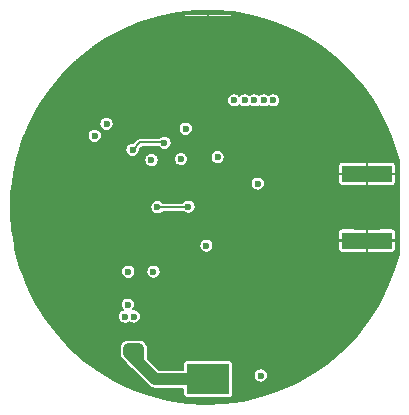
<source format=gbr>
%TF.GenerationSoftware,KiCad,Pcbnew,5.1.6*%
%TF.CreationDate,2020-10-02T21:06:49+02:00*%
%TF.ProjectId,NRF24,4e524632-342e-46b6-9963-61645f706362,rev?*%
%TF.SameCoordinates,Original*%
%TF.FileFunction,Copper,L4,Bot*%
%TF.FilePolarity,Positive*%
%FSLAX46Y46*%
G04 Gerber Fmt 4.6, Leading zero omitted, Abs format (unit mm)*
G04 Created by KiCad (PCBNEW 5.1.6) date 2020-10-02 21:06:49*
%MOMM*%
%LPD*%
G01*
G04 APERTURE LIST*
%TA.AperFunction,SMDPad,CuDef*%
%ADD10R,4.200000X1.350000*%
%TD*%
%TA.AperFunction,SMDPad,CuDef*%
%ADD11R,3.600000X2.600000*%
%TD*%
%TA.AperFunction,ViaPad*%
%ADD12C,0.600000*%
%TD*%
%TA.AperFunction,Conductor*%
%ADD13C,0.152400*%
%TD*%
%TA.AperFunction,Conductor*%
%ADD14C,1.000000*%
%TD*%
%TA.AperFunction,Conductor*%
%ADD15C,0.200000*%
%TD*%
G04 APERTURE END LIST*
D10*
%TO.P,J2,2*%
%TO.N,GND*%
X194250000Y-84425000D03*
X194250000Y-90075000D03*
%TD*%
D11*
%TO.P,BT1,1*%
%TO.N,Net-(BT1-Pad1)*%
X180800000Y-101800000D03*
%TO.P,BT1,2*%
%TO.N,GND*%
X180800000Y-72500000D03*
%TD*%
D12*
%TO.N,GND*%
X178500000Y-71500000D03*
X181800000Y-88000000D03*
X183200000Y-86600000D03*
X183200000Y-88000000D03*
X181800000Y-86600000D03*
X184000000Y-84000000D03*
X184000000Y-83000000D03*
X182950000Y-90500000D03*
X177700000Y-90500000D03*
X172462500Y-92712562D03*
X172250000Y-86499988D03*
X179600020Y-84000000D03*
X177000000Y-83250000D03*
X172900000Y-78500000D03*
X172500000Y-89100000D03*
X178000000Y-80200000D03*
X177737484Y-92712516D03*
X186300000Y-81600000D03*
X183900000Y-81600000D03*
X177900000Y-93800000D03*
X189499982Y-90250000D03*
X175000000Y-95500000D03*
X185500000Y-81600000D03*
X184700000Y-81600000D03*
X185050000Y-82300006D03*
X186250000Y-84500000D03*
X187250000Y-84500000D03*
X188250000Y-84500000D03*
X189250000Y-84500000D03*
X189500000Y-89250000D03*
X190250000Y-90000000D03*
X185850000Y-90250000D03*
X186800000Y-90250000D03*
X175750000Y-97000000D03*
X175750000Y-97750000D03*
X178500000Y-72500000D03*
X178500000Y-73500000D03*
X179500000Y-74500000D03*
X180750000Y-74500000D03*
X182000000Y-74500000D03*
X183250000Y-73500000D03*
X191250000Y-84500000D03*
X191250000Y-83500000D03*
X192000000Y-82750000D03*
X193000000Y-82750000D03*
X194000000Y-82750000D03*
X195000000Y-82750000D03*
X196000000Y-82750000D03*
X191250000Y-90000000D03*
X191250000Y-91000000D03*
X192000000Y-91750000D03*
X193000000Y-91750000D03*
X194000000Y-91750000D03*
X195000000Y-91750000D03*
X196000000Y-91750000D03*
X164700000Y-87200000D03*
X164800000Y-85800000D03*
X164900000Y-84500000D03*
X165200000Y-83100000D03*
X165700000Y-81800000D03*
X166300000Y-80400000D03*
X166900000Y-79300000D03*
X167600000Y-78000000D03*
X168500000Y-77000000D03*
X169400000Y-75900000D03*
X170400000Y-75000000D03*
X171600000Y-74100000D03*
X172700000Y-73400000D03*
X173900000Y-72700000D03*
X175300000Y-72200000D03*
X176600000Y-71800000D03*
X184900000Y-71800000D03*
X186200000Y-72300000D03*
X187500000Y-72700000D03*
X188800000Y-73400000D03*
X189900000Y-74200000D03*
X191000000Y-75000000D03*
X192100000Y-75900000D03*
X193000000Y-76900000D03*
X193900000Y-78000000D03*
X194600000Y-79300000D03*
X195200000Y-80500000D03*
X195800000Y-81800000D03*
X195800000Y-92700000D03*
X195200000Y-94000000D03*
X194600000Y-95200000D03*
X193800000Y-96400000D03*
X193000000Y-97500000D03*
X192100000Y-98600000D03*
X191000000Y-99600000D03*
X189900000Y-100400000D03*
X188700000Y-101100000D03*
X187500000Y-101800000D03*
X186200000Y-102300000D03*
X178000000Y-103100000D03*
X176600000Y-102800000D03*
X175200000Y-102300000D03*
X172700000Y-101100000D03*
X171600000Y-100300000D03*
X170400000Y-99500000D03*
X169400000Y-98600000D03*
X168500000Y-97500000D03*
X167700000Y-96400000D03*
X166900000Y-95200000D03*
X166200000Y-94000000D03*
X165700000Y-92700000D03*
X165300000Y-91400000D03*
X164900000Y-90000000D03*
X164800000Y-88700000D03*
X174000000Y-101750000D03*
X183250000Y-71500000D03*
X183250000Y-72500000D03*
X190750000Y-85500000D03*
X190250000Y-84500000D03*
X172300000Y-90500000D03*
X179245700Y-94347149D03*
X180799996Y-92000000D03*
X181350000Y-91500009D03*
X186699998Y-93600000D03*
X186150000Y-94050000D03*
%TO.N,/I2C_SDA*%
X174400000Y-82399994D03*
X177100000Y-81800000D03*
%TO.N,/SPI_SCK*%
X176500000Y-87249985D03*
X179128621Y-87199999D03*
%TO.N,Net-(BT1-Pad1)*%
X174100000Y-99250000D03*
X174900000Y-99250000D03*
%TO.N,VCC*%
X173750000Y-96500000D03*
X174037512Y-92712488D03*
X176000000Y-83250000D03*
X172200000Y-80200000D03*
X171200000Y-81200000D03*
X178900000Y-80600000D03*
X174000000Y-95500000D03*
X176166753Y-92698446D03*
X174500000Y-96500000D03*
X178500000Y-83173790D03*
X185250000Y-101500000D03*
%TO.N,+VSW*%
X186300000Y-78200000D03*
X180650000Y-90500000D03*
X181600000Y-83000000D03*
X185500000Y-78200000D03*
X185000000Y-85250000D03*
X183900000Y-78200000D03*
X184700000Y-78200000D03*
X183000000Y-78200000D03*
%TD*%
D13*
%TO.N,/I2C_SDA*%
X177050000Y-81750000D02*
X177100000Y-81800000D01*
X174400000Y-82399994D02*
X175049994Y-81750000D01*
X175049994Y-81750000D02*
X177050000Y-81750000D01*
%TO.N,/SPI_SCK*%
X179078635Y-87249985D02*
X179128621Y-87199999D01*
X176500000Y-87249985D02*
X179078635Y-87249985D01*
D14*
%TO.N,Net-(BT1-Pad1)*%
X180800000Y-101800000D02*
X176300000Y-101800000D01*
X174100000Y-99600000D02*
X174100000Y-99250000D01*
X174900000Y-100350000D02*
X174875000Y-100375000D01*
X174900000Y-99250000D02*
X174900000Y-100350000D01*
X176300000Y-101800000D02*
X174875000Y-100375000D01*
X174875000Y-100375000D02*
X174100000Y-99600000D01*
X174100000Y-99250000D02*
X174900000Y-99250000D01*
%TD*%
D15*
%TO.N,GND*%
G36*
X183650000Y-74900000D02*
G01*
X178100000Y-74900000D01*
X178100000Y-71100000D01*
X183650000Y-71100000D01*
X183650000Y-74900000D01*
G37*
X183650000Y-74900000D02*
X178100000Y-74900000D01*
X178100000Y-71100000D01*
X183650000Y-71100000D01*
X183650000Y-74900000D01*
G36*
X182960183Y-70744771D02*
G01*
X184531960Y-71032593D01*
X186068921Y-71469741D01*
X187556911Y-72052189D01*
X188982214Y-72774567D01*
X190331724Y-73630232D01*
X191593006Y-74611301D01*
X192754456Y-75708748D01*
X193805368Y-76912454D01*
X194736073Y-78211347D01*
X195538004Y-79593471D01*
X196203767Y-81046085D01*
X196728522Y-82559521D01*
X196925000Y-83292788D01*
X196925001Y-91203229D01*
X196483240Y-92706432D01*
X195887836Y-94189267D01*
X195153041Y-95608223D01*
X194285635Y-96950210D01*
X193293595Y-98202886D01*
X192186054Y-99354716D01*
X190973222Y-100395083D01*
X189666256Y-101314418D01*
X188277196Y-102104253D01*
X186818825Y-102757316D01*
X185304571Y-103267596D01*
X183748384Y-103630390D01*
X182164590Y-103842360D01*
X180567775Y-103901555D01*
X178972627Y-103807428D01*
X177393856Y-103560849D01*
X175845976Y-103164083D01*
X174343259Y-102620790D01*
X172899529Y-101935966D01*
X171528085Y-101115922D01*
X170241552Y-100168205D01*
X169217369Y-99250000D01*
X173296130Y-99250000D01*
X173300000Y-99289293D01*
X173300000Y-99560709D01*
X173296130Y-99600000D01*
X173300000Y-99639291D01*
X173300000Y-99639292D01*
X173311576Y-99756826D01*
X173345739Y-99869445D01*
X173357321Y-99907627D01*
X173431607Y-100046606D01*
X173472009Y-100095836D01*
X173531578Y-100168422D01*
X173562103Y-100193473D01*
X174281539Y-100912910D01*
X174306579Y-100943421D01*
X174337090Y-100968461D01*
X174337099Y-100968470D01*
X174337104Y-100968474D01*
X175706531Y-102337902D01*
X175731578Y-102368422D01*
X175762098Y-102393469D01*
X175853393Y-102468393D01*
X175889075Y-102487465D01*
X175992372Y-102542679D01*
X176143173Y-102588424D01*
X176260707Y-102600000D01*
X176260716Y-102600000D01*
X176299999Y-102603869D01*
X176339282Y-102600000D01*
X178698549Y-102600000D01*
X178698549Y-103100000D01*
X178704341Y-103158810D01*
X178721496Y-103215360D01*
X178749353Y-103267477D01*
X178786842Y-103313158D01*
X178832523Y-103350647D01*
X178884640Y-103378504D01*
X178941190Y-103395659D01*
X179000000Y-103401451D01*
X182600000Y-103401451D01*
X182658810Y-103395659D01*
X182715360Y-103378504D01*
X182767477Y-103350647D01*
X182813158Y-103313158D01*
X182850647Y-103267477D01*
X182878504Y-103215360D01*
X182895659Y-103158810D01*
X182901451Y-103100000D01*
X182901451Y-101440905D01*
X184650000Y-101440905D01*
X184650000Y-101559095D01*
X184673058Y-101675014D01*
X184718287Y-101784207D01*
X184783950Y-101882478D01*
X184867522Y-101966050D01*
X184965793Y-102031713D01*
X185074986Y-102076942D01*
X185190905Y-102100000D01*
X185309095Y-102100000D01*
X185425014Y-102076942D01*
X185534207Y-102031713D01*
X185632478Y-101966050D01*
X185716050Y-101882478D01*
X185781713Y-101784207D01*
X185826942Y-101675014D01*
X185850000Y-101559095D01*
X185850000Y-101440905D01*
X185826942Y-101324986D01*
X185781713Y-101215793D01*
X185716050Y-101117522D01*
X185632478Y-101033950D01*
X185534207Y-100968287D01*
X185425014Y-100923058D01*
X185309095Y-100900000D01*
X185190905Y-100900000D01*
X185074986Y-100923058D01*
X184965793Y-100968287D01*
X184867522Y-101033950D01*
X184783950Y-101117522D01*
X184718287Y-101215793D01*
X184673058Y-101324986D01*
X184650000Y-101440905D01*
X182901451Y-101440905D01*
X182901451Y-100500000D01*
X182895659Y-100441190D01*
X182878504Y-100384640D01*
X182850647Y-100332523D01*
X182813158Y-100286842D01*
X182767477Y-100249353D01*
X182715360Y-100221496D01*
X182658810Y-100204341D01*
X182600000Y-100198549D01*
X179000000Y-100198549D01*
X178941190Y-100204341D01*
X178884640Y-100221496D01*
X178832523Y-100249353D01*
X178786842Y-100286842D01*
X178749353Y-100332523D01*
X178721496Y-100384640D01*
X178704341Y-100441190D01*
X178698549Y-100500000D01*
X178698549Y-101000000D01*
X176631371Y-101000000D01*
X175700000Y-100068630D01*
X175700000Y-99289293D01*
X175703870Y-99250000D01*
X175688424Y-99093173D01*
X175642679Y-98942372D01*
X175568393Y-98803394D01*
X175468422Y-98681578D01*
X175346606Y-98581607D01*
X175207628Y-98507321D01*
X175056827Y-98461576D01*
X174939293Y-98450000D01*
X174900000Y-98446130D01*
X174860707Y-98450000D01*
X174139293Y-98450000D01*
X174100000Y-98446130D01*
X174060707Y-98450000D01*
X173943173Y-98461576D01*
X173792372Y-98507321D01*
X173653394Y-98581607D01*
X173531578Y-98681578D01*
X173431607Y-98803394D01*
X173357321Y-98942372D01*
X173311576Y-99093173D01*
X173296130Y-99250000D01*
X169217369Y-99250000D01*
X169051779Y-99101545D01*
X167969712Y-97925754D01*
X167005325Y-96651669D01*
X166875546Y-96440905D01*
X173150000Y-96440905D01*
X173150000Y-96559095D01*
X173173058Y-96675014D01*
X173218287Y-96784207D01*
X173283950Y-96882478D01*
X173367522Y-96966050D01*
X173465793Y-97031713D01*
X173574986Y-97076942D01*
X173690905Y-97100000D01*
X173809095Y-97100000D01*
X173925014Y-97076942D01*
X174034207Y-97031713D01*
X174125000Y-96971047D01*
X174215793Y-97031713D01*
X174324986Y-97076942D01*
X174440905Y-97100000D01*
X174559095Y-97100000D01*
X174675014Y-97076942D01*
X174784207Y-97031713D01*
X174882478Y-96966050D01*
X174966050Y-96882478D01*
X175031713Y-96784207D01*
X175076942Y-96675014D01*
X175100000Y-96559095D01*
X175100000Y-96440905D01*
X175076942Y-96324986D01*
X175031713Y-96215793D01*
X174966050Y-96117522D01*
X174882478Y-96033950D01*
X174784207Y-95968287D01*
X174675014Y-95923058D01*
X174559095Y-95900000D01*
X174448528Y-95900000D01*
X174466050Y-95882478D01*
X174531713Y-95784207D01*
X174576942Y-95675014D01*
X174600000Y-95559095D01*
X174600000Y-95440905D01*
X174576942Y-95324986D01*
X174531713Y-95215793D01*
X174466050Y-95117522D01*
X174382478Y-95033950D01*
X174284207Y-94968287D01*
X174175014Y-94923058D01*
X174059095Y-94900000D01*
X173940905Y-94900000D01*
X173824986Y-94923058D01*
X173715793Y-94968287D01*
X173617522Y-95033950D01*
X173533950Y-95117522D01*
X173468287Y-95215793D01*
X173423058Y-95324986D01*
X173400000Y-95440905D01*
X173400000Y-95559095D01*
X173423058Y-95675014D01*
X173468287Y-95784207D01*
X173533950Y-95882478D01*
X173574664Y-95923192D01*
X173465793Y-95968287D01*
X173367522Y-96033950D01*
X173283950Y-96117522D01*
X173218287Y-96215793D01*
X173173058Y-96324986D01*
X173150000Y-96440905D01*
X166875546Y-96440905D01*
X166167491Y-95291014D01*
X165463927Y-93856320D01*
X165011225Y-92653393D01*
X173437512Y-92653393D01*
X173437512Y-92771583D01*
X173460570Y-92887502D01*
X173505799Y-92996695D01*
X173571462Y-93094966D01*
X173655034Y-93178538D01*
X173753305Y-93244201D01*
X173862498Y-93289430D01*
X173978417Y-93312488D01*
X174096607Y-93312488D01*
X174212526Y-93289430D01*
X174321719Y-93244201D01*
X174419990Y-93178538D01*
X174503562Y-93094966D01*
X174569225Y-92996695D01*
X174614454Y-92887502D01*
X174637512Y-92771583D01*
X174637512Y-92653393D01*
X174634719Y-92639351D01*
X175566753Y-92639351D01*
X175566753Y-92757541D01*
X175589811Y-92873460D01*
X175635040Y-92982653D01*
X175700703Y-93080924D01*
X175784275Y-93164496D01*
X175882546Y-93230159D01*
X175991739Y-93275388D01*
X176107658Y-93298446D01*
X176225848Y-93298446D01*
X176341767Y-93275388D01*
X176450960Y-93230159D01*
X176549231Y-93164496D01*
X176632803Y-93080924D01*
X176698466Y-92982653D01*
X176743695Y-92873460D01*
X176766753Y-92757541D01*
X176766753Y-92639351D01*
X176743695Y-92523432D01*
X176698466Y-92414239D01*
X176632803Y-92315968D01*
X176549231Y-92232396D01*
X176450960Y-92166733D01*
X176341767Y-92121504D01*
X176225848Y-92098446D01*
X176107658Y-92098446D01*
X175991739Y-92121504D01*
X175882546Y-92166733D01*
X175784275Y-92232396D01*
X175700703Y-92315968D01*
X175635040Y-92414239D01*
X175589811Y-92523432D01*
X175566753Y-92639351D01*
X174634719Y-92639351D01*
X174614454Y-92537474D01*
X174569225Y-92428281D01*
X174503562Y-92330010D01*
X174419990Y-92246438D01*
X174321719Y-92180775D01*
X174212526Y-92135546D01*
X174096607Y-92112488D01*
X173978417Y-92112488D01*
X173862498Y-92135546D01*
X173753305Y-92180775D01*
X173655034Y-92246438D01*
X173571462Y-92330010D01*
X173505799Y-92428281D01*
X173460570Y-92537474D01*
X173437512Y-92653393D01*
X165011225Y-92653393D01*
X164901117Y-92360813D01*
X164484231Y-90818224D01*
X164420257Y-90440905D01*
X180050000Y-90440905D01*
X180050000Y-90559095D01*
X180073058Y-90675014D01*
X180118287Y-90784207D01*
X180183950Y-90882478D01*
X180267522Y-90966050D01*
X180365793Y-91031713D01*
X180474986Y-91076942D01*
X180590905Y-91100000D01*
X180709095Y-91100000D01*
X180825014Y-91076942D01*
X180934207Y-91031713D01*
X181032478Y-90966050D01*
X181116050Y-90882478D01*
X181181713Y-90784207D01*
X181195881Y-90750000D01*
X191798306Y-90750000D01*
X191805064Y-90818612D01*
X191825077Y-90884587D01*
X191857577Y-90945391D01*
X191901315Y-90998685D01*
X191954609Y-91042423D01*
X192015413Y-91074923D01*
X192081388Y-91094936D01*
X192150000Y-91101694D01*
X194137500Y-91100000D01*
X194225000Y-91012500D01*
X194225000Y-90100000D01*
X194275000Y-90100000D01*
X194275000Y-91012500D01*
X194362500Y-91100000D01*
X196350000Y-91101694D01*
X196418612Y-91094936D01*
X196484587Y-91074923D01*
X196545391Y-91042423D01*
X196598685Y-90998685D01*
X196642423Y-90945391D01*
X196674923Y-90884587D01*
X196694936Y-90818612D01*
X196701694Y-90750000D01*
X196700000Y-90187500D01*
X196612500Y-90100000D01*
X194275000Y-90100000D01*
X194225000Y-90100000D01*
X191887500Y-90100000D01*
X191800000Y-90187500D01*
X191798306Y-90750000D01*
X181195881Y-90750000D01*
X181226942Y-90675014D01*
X181250000Y-90559095D01*
X181250000Y-90440905D01*
X181226942Y-90324986D01*
X181181713Y-90215793D01*
X181116050Y-90117522D01*
X181032478Y-90033950D01*
X180934207Y-89968287D01*
X180825014Y-89923058D01*
X180709095Y-89900000D01*
X180590905Y-89900000D01*
X180474986Y-89923058D01*
X180365793Y-89968287D01*
X180267522Y-90033950D01*
X180183950Y-90117522D01*
X180118287Y-90215793D01*
X180073058Y-90324986D01*
X180050000Y-90440905D01*
X164420257Y-90440905D01*
X164243771Y-89400000D01*
X191798306Y-89400000D01*
X191800000Y-89962500D01*
X191887500Y-90050000D01*
X194225000Y-90050000D01*
X194225000Y-89137500D01*
X194275000Y-89137500D01*
X194275000Y-90050000D01*
X196612500Y-90050000D01*
X196700000Y-89962500D01*
X196701694Y-89400000D01*
X196694936Y-89331388D01*
X196674923Y-89265413D01*
X196642423Y-89204609D01*
X196598685Y-89151315D01*
X196545391Y-89107577D01*
X196484587Y-89075077D01*
X196418612Y-89055064D01*
X196350000Y-89048306D01*
X194362500Y-89050000D01*
X194275000Y-89137500D01*
X194225000Y-89137500D01*
X194137500Y-89050000D01*
X192150000Y-89048306D01*
X192081388Y-89055064D01*
X192015413Y-89075077D01*
X191954609Y-89107577D01*
X191901315Y-89151315D01*
X191857577Y-89204609D01*
X191825077Y-89265413D01*
X191805064Y-89331388D01*
X191798306Y-89400000D01*
X164243771Y-89400000D01*
X164217116Y-89242795D01*
X164102229Y-87649012D01*
X164113241Y-87190890D01*
X175900000Y-87190890D01*
X175900000Y-87309080D01*
X175923058Y-87424999D01*
X175968287Y-87534192D01*
X176033950Y-87632463D01*
X176117522Y-87716035D01*
X176215793Y-87781698D01*
X176324986Y-87826927D01*
X176440905Y-87849985D01*
X176559095Y-87849985D01*
X176675014Y-87826927D01*
X176784207Y-87781698D01*
X176882478Y-87716035D01*
X176966050Y-87632463D01*
X176970245Y-87626185D01*
X178706279Y-87626185D01*
X178746143Y-87666049D01*
X178844414Y-87731712D01*
X178953607Y-87776941D01*
X179069526Y-87799999D01*
X179187716Y-87799999D01*
X179303635Y-87776941D01*
X179412828Y-87731712D01*
X179511099Y-87666049D01*
X179594671Y-87582477D01*
X179660334Y-87484206D01*
X179705563Y-87375013D01*
X179728621Y-87259094D01*
X179728621Y-87140904D01*
X179705563Y-87024985D01*
X179660334Y-86915792D01*
X179594671Y-86817521D01*
X179511099Y-86733949D01*
X179412828Y-86668286D01*
X179303635Y-86623057D01*
X179187716Y-86599999D01*
X179069526Y-86599999D01*
X178953607Y-86623057D01*
X178844414Y-86668286D01*
X178746143Y-86733949D01*
X178662571Y-86817521D01*
X178624976Y-86873785D01*
X176970245Y-86873785D01*
X176966050Y-86867507D01*
X176882478Y-86783935D01*
X176784207Y-86718272D01*
X176675014Y-86673043D01*
X176559095Y-86649985D01*
X176440905Y-86649985D01*
X176324986Y-86673043D01*
X176215793Y-86718272D01*
X176117522Y-86783935D01*
X176033950Y-86867507D01*
X175968287Y-86965778D01*
X175923058Y-87074971D01*
X175900000Y-87190890D01*
X164113241Y-87190890D01*
X164140628Y-86051563D01*
X164244428Y-85190905D01*
X184400000Y-85190905D01*
X184400000Y-85309095D01*
X184423058Y-85425014D01*
X184468287Y-85534207D01*
X184533950Y-85632478D01*
X184617522Y-85716050D01*
X184715793Y-85781713D01*
X184824986Y-85826942D01*
X184940905Y-85850000D01*
X185059095Y-85850000D01*
X185175014Y-85826942D01*
X185284207Y-85781713D01*
X185382478Y-85716050D01*
X185466050Y-85632478D01*
X185531713Y-85534207D01*
X185576942Y-85425014D01*
X185600000Y-85309095D01*
X185600000Y-85190905D01*
X185581918Y-85100000D01*
X191798306Y-85100000D01*
X191805064Y-85168612D01*
X191825077Y-85234587D01*
X191857577Y-85295391D01*
X191901315Y-85348685D01*
X191954609Y-85392423D01*
X192015413Y-85424923D01*
X192081388Y-85444936D01*
X192150000Y-85451694D01*
X194137500Y-85450000D01*
X194225000Y-85362500D01*
X194225000Y-84450000D01*
X194275000Y-84450000D01*
X194275000Y-85362500D01*
X194362500Y-85450000D01*
X196350000Y-85451694D01*
X196418612Y-85444936D01*
X196484587Y-85424923D01*
X196545391Y-85392423D01*
X196598685Y-85348685D01*
X196642423Y-85295391D01*
X196674923Y-85234587D01*
X196694936Y-85168612D01*
X196701694Y-85100000D01*
X196700000Y-84537500D01*
X196612500Y-84450000D01*
X194275000Y-84450000D01*
X194225000Y-84450000D01*
X191887500Y-84450000D01*
X191800000Y-84537500D01*
X191798306Y-85100000D01*
X185581918Y-85100000D01*
X185576942Y-85074986D01*
X185531713Y-84965793D01*
X185466050Y-84867522D01*
X185382478Y-84783950D01*
X185284207Y-84718287D01*
X185175014Y-84673058D01*
X185059095Y-84650000D01*
X184940905Y-84650000D01*
X184824986Y-84673058D01*
X184715793Y-84718287D01*
X184617522Y-84783950D01*
X184533950Y-84867522D01*
X184468287Y-84965793D01*
X184423058Y-85074986D01*
X184400000Y-85190905D01*
X164244428Y-85190905D01*
X164331961Y-84465133D01*
X164611582Y-83190905D01*
X175400000Y-83190905D01*
X175400000Y-83309095D01*
X175423058Y-83425014D01*
X175468287Y-83534207D01*
X175533950Y-83632478D01*
X175617522Y-83716050D01*
X175715793Y-83781713D01*
X175824986Y-83826942D01*
X175940905Y-83850000D01*
X176059095Y-83850000D01*
X176175014Y-83826942D01*
X176284207Y-83781713D01*
X176382478Y-83716050D01*
X176466050Y-83632478D01*
X176531713Y-83534207D01*
X176576942Y-83425014D01*
X176600000Y-83309095D01*
X176600000Y-83190905D01*
X176584841Y-83114695D01*
X177900000Y-83114695D01*
X177900000Y-83232885D01*
X177923058Y-83348804D01*
X177968287Y-83457997D01*
X178033950Y-83556268D01*
X178117522Y-83639840D01*
X178215793Y-83705503D01*
X178324986Y-83750732D01*
X178440905Y-83773790D01*
X178559095Y-83773790D01*
X178675014Y-83750732D01*
X178676781Y-83750000D01*
X191798306Y-83750000D01*
X191800000Y-84312500D01*
X191887500Y-84400000D01*
X194225000Y-84400000D01*
X194225000Y-83487500D01*
X194275000Y-83487500D01*
X194275000Y-84400000D01*
X196612500Y-84400000D01*
X196700000Y-84312500D01*
X196701694Y-83750000D01*
X196694936Y-83681388D01*
X196674923Y-83615413D01*
X196642423Y-83554609D01*
X196598685Y-83501315D01*
X196545391Y-83457577D01*
X196484587Y-83425077D01*
X196418612Y-83405064D01*
X196350000Y-83398306D01*
X194362500Y-83400000D01*
X194275000Y-83487500D01*
X194225000Y-83487500D01*
X194137500Y-83400000D01*
X192150000Y-83398306D01*
X192081388Y-83405064D01*
X192015413Y-83425077D01*
X191954609Y-83457577D01*
X191901315Y-83501315D01*
X191857577Y-83554609D01*
X191825077Y-83615413D01*
X191805064Y-83681388D01*
X191798306Y-83750000D01*
X178676781Y-83750000D01*
X178784207Y-83705503D01*
X178882478Y-83639840D01*
X178966050Y-83556268D01*
X179031713Y-83457997D01*
X179076942Y-83348804D01*
X179100000Y-83232885D01*
X179100000Y-83114695D01*
X179076942Y-82998776D01*
X179052972Y-82940905D01*
X181000000Y-82940905D01*
X181000000Y-83059095D01*
X181023058Y-83175014D01*
X181068287Y-83284207D01*
X181133950Y-83382478D01*
X181217522Y-83466050D01*
X181315793Y-83531713D01*
X181424986Y-83576942D01*
X181540905Y-83600000D01*
X181659095Y-83600000D01*
X181775014Y-83576942D01*
X181884207Y-83531713D01*
X181982478Y-83466050D01*
X182066050Y-83382478D01*
X182131713Y-83284207D01*
X182176942Y-83175014D01*
X182200000Y-83059095D01*
X182200000Y-82940905D01*
X182176942Y-82824986D01*
X182131713Y-82715793D01*
X182066050Y-82617522D01*
X181982478Y-82533950D01*
X181884207Y-82468287D01*
X181775014Y-82423058D01*
X181659095Y-82400000D01*
X181540905Y-82400000D01*
X181424986Y-82423058D01*
X181315793Y-82468287D01*
X181217522Y-82533950D01*
X181133950Y-82617522D01*
X181068287Y-82715793D01*
X181023058Y-82824986D01*
X181000000Y-82940905D01*
X179052972Y-82940905D01*
X179031713Y-82889583D01*
X178966050Y-82791312D01*
X178882478Y-82707740D01*
X178784207Y-82642077D01*
X178675014Y-82596848D01*
X178559095Y-82573790D01*
X178440905Y-82573790D01*
X178324986Y-82596848D01*
X178215793Y-82642077D01*
X178117522Y-82707740D01*
X178033950Y-82791312D01*
X177968287Y-82889583D01*
X177923058Y-82998776D01*
X177900000Y-83114695D01*
X176584841Y-83114695D01*
X176576942Y-83074986D01*
X176531713Y-82965793D01*
X176466050Y-82867522D01*
X176382478Y-82783950D01*
X176284207Y-82718287D01*
X176175014Y-82673058D01*
X176059095Y-82650000D01*
X175940905Y-82650000D01*
X175824986Y-82673058D01*
X175715793Y-82718287D01*
X175617522Y-82783950D01*
X175533950Y-82867522D01*
X175468287Y-82965793D01*
X175423058Y-83074986D01*
X175400000Y-83190905D01*
X164611582Y-83190905D01*
X164674464Y-82904355D01*
X164856205Y-82340899D01*
X173800000Y-82340899D01*
X173800000Y-82459089D01*
X173823058Y-82575008D01*
X173868287Y-82684201D01*
X173933950Y-82782472D01*
X174017522Y-82866044D01*
X174115793Y-82931707D01*
X174224986Y-82976936D01*
X174340905Y-82999994D01*
X174459095Y-82999994D01*
X174575014Y-82976936D01*
X174684207Y-82931707D01*
X174782478Y-82866044D01*
X174866050Y-82782472D01*
X174931713Y-82684201D01*
X174976942Y-82575008D01*
X175000000Y-82459089D01*
X175000000Y-82340899D01*
X174998527Y-82333494D01*
X175205821Y-82126200D01*
X176596346Y-82126200D01*
X176633950Y-82182478D01*
X176717522Y-82266050D01*
X176815793Y-82331713D01*
X176924986Y-82376942D01*
X177040905Y-82400000D01*
X177159095Y-82400000D01*
X177275014Y-82376942D01*
X177384207Y-82331713D01*
X177482478Y-82266050D01*
X177566050Y-82182478D01*
X177631713Y-82084207D01*
X177676942Y-81975014D01*
X177700000Y-81859095D01*
X177700000Y-81740905D01*
X177676942Y-81624986D01*
X177631713Y-81515793D01*
X177566050Y-81417522D01*
X177482478Y-81333950D01*
X177384207Y-81268287D01*
X177275014Y-81223058D01*
X177159095Y-81200000D01*
X177040905Y-81200000D01*
X176924986Y-81223058D01*
X176815793Y-81268287D01*
X176717522Y-81333950D01*
X176677672Y-81373800D01*
X175068471Y-81373800D01*
X175049993Y-81371980D01*
X175031516Y-81373800D01*
X174976246Y-81379244D01*
X174905332Y-81400755D01*
X174839977Y-81435688D01*
X174782693Y-81482699D01*
X174770909Y-81497058D01*
X174466500Y-81801467D01*
X174459095Y-81799994D01*
X174340905Y-81799994D01*
X174224986Y-81823052D01*
X174115793Y-81868281D01*
X174017522Y-81933944D01*
X173933950Y-82017516D01*
X173868287Y-82115787D01*
X173823058Y-82224980D01*
X173800000Y-82340899D01*
X164856205Y-82340899D01*
X165164982Y-81383595D01*
X165269887Y-81140905D01*
X170600000Y-81140905D01*
X170600000Y-81259095D01*
X170623058Y-81375014D01*
X170668287Y-81484207D01*
X170733950Y-81582478D01*
X170817522Y-81666050D01*
X170915793Y-81731713D01*
X171024986Y-81776942D01*
X171140905Y-81800000D01*
X171259095Y-81800000D01*
X171375014Y-81776942D01*
X171484207Y-81731713D01*
X171582478Y-81666050D01*
X171666050Y-81582478D01*
X171731713Y-81484207D01*
X171776942Y-81375014D01*
X171800000Y-81259095D01*
X171800000Y-81140905D01*
X171776942Y-81024986D01*
X171731713Y-80915793D01*
X171666050Y-80817522D01*
X171582478Y-80733950D01*
X171484207Y-80668287D01*
X171375014Y-80623058D01*
X171259095Y-80600000D01*
X171140905Y-80600000D01*
X171024986Y-80623058D01*
X170915793Y-80668287D01*
X170817522Y-80733950D01*
X170733950Y-80817522D01*
X170668287Y-80915793D01*
X170623058Y-81024986D01*
X170600000Y-81140905D01*
X165269887Y-81140905D01*
X165702148Y-80140905D01*
X171600000Y-80140905D01*
X171600000Y-80259095D01*
X171623058Y-80375014D01*
X171668287Y-80484207D01*
X171733950Y-80582478D01*
X171817522Y-80666050D01*
X171915793Y-80731713D01*
X172024986Y-80776942D01*
X172140905Y-80800000D01*
X172259095Y-80800000D01*
X172375014Y-80776942D01*
X172484207Y-80731713D01*
X172582478Y-80666050D01*
X172666050Y-80582478D01*
X172693828Y-80540905D01*
X178300000Y-80540905D01*
X178300000Y-80659095D01*
X178323058Y-80775014D01*
X178368287Y-80884207D01*
X178433950Y-80982478D01*
X178517522Y-81066050D01*
X178615793Y-81131713D01*
X178724986Y-81176942D01*
X178840905Y-81200000D01*
X178959095Y-81200000D01*
X179075014Y-81176942D01*
X179184207Y-81131713D01*
X179282478Y-81066050D01*
X179366050Y-80982478D01*
X179431713Y-80884207D01*
X179476942Y-80775014D01*
X179500000Y-80659095D01*
X179500000Y-80540905D01*
X179476942Y-80424986D01*
X179431713Y-80315793D01*
X179366050Y-80217522D01*
X179282478Y-80133950D01*
X179184207Y-80068287D01*
X179075014Y-80023058D01*
X178959095Y-80000000D01*
X178840905Y-80000000D01*
X178724986Y-80023058D01*
X178615793Y-80068287D01*
X178517522Y-80133950D01*
X178433950Y-80217522D01*
X178368287Y-80315793D01*
X178323058Y-80424986D01*
X178300000Y-80540905D01*
X172693828Y-80540905D01*
X172731713Y-80484207D01*
X172776942Y-80375014D01*
X172800000Y-80259095D01*
X172800000Y-80140905D01*
X172776942Y-80024986D01*
X172731713Y-79915793D01*
X172666050Y-79817522D01*
X172582478Y-79733950D01*
X172484207Y-79668287D01*
X172375014Y-79623058D01*
X172259095Y-79600000D01*
X172140905Y-79600000D01*
X172024986Y-79623058D01*
X171915793Y-79668287D01*
X171817522Y-79733950D01*
X171733950Y-79817522D01*
X171668287Y-79915793D01*
X171623058Y-80024986D01*
X171600000Y-80140905D01*
X165702148Y-80140905D01*
X165799000Y-79916848D01*
X166570681Y-78517624D01*
X166828403Y-78140905D01*
X182400000Y-78140905D01*
X182400000Y-78259095D01*
X182423058Y-78375014D01*
X182468287Y-78484207D01*
X182533950Y-78582478D01*
X182617522Y-78666050D01*
X182715793Y-78731713D01*
X182824986Y-78776942D01*
X182940905Y-78800000D01*
X183059095Y-78800000D01*
X183175014Y-78776942D01*
X183284207Y-78731713D01*
X183382478Y-78666050D01*
X183450000Y-78598528D01*
X183517522Y-78666050D01*
X183615793Y-78731713D01*
X183724986Y-78776942D01*
X183840905Y-78800000D01*
X183959095Y-78800000D01*
X184075014Y-78776942D01*
X184184207Y-78731713D01*
X184282478Y-78666050D01*
X184300000Y-78648528D01*
X184317522Y-78666050D01*
X184415793Y-78731713D01*
X184524986Y-78776942D01*
X184640905Y-78800000D01*
X184759095Y-78800000D01*
X184875014Y-78776942D01*
X184984207Y-78731713D01*
X185082478Y-78666050D01*
X185100000Y-78648528D01*
X185117522Y-78666050D01*
X185215793Y-78731713D01*
X185324986Y-78776942D01*
X185440905Y-78800000D01*
X185559095Y-78800000D01*
X185675014Y-78776942D01*
X185784207Y-78731713D01*
X185882478Y-78666050D01*
X185900000Y-78648528D01*
X185917522Y-78666050D01*
X186015793Y-78731713D01*
X186124986Y-78776942D01*
X186240905Y-78800000D01*
X186359095Y-78800000D01*
X186475014Y-78776942D01*
X186584207Y-78731713D01*
X186682478Y-78666050D01*
X186766050Y-78582478D01*
X186831713Y-78484207D01*
X186876942Y-78375014D01*
X186900000Y-78259095D01*
X186900000Y-78140905D01*
X186876942Y-78024986D01*
X186831713Y-77915793D01*
X186766050Y-77817522D01*
X186682478Y-77733950D01*
X186584207Y-77668287D01*
X186475014Y-77623058D01*
X186359095Y-77600000D01*
X186240905Y-77600000D01*
X186124986Y-77623058D01*
X186015793Y-77668287D01*
X185917522Y-77733950D01*
X185900000Y-77751472D01*
X185882478Y-77733950D01*
X185784207Y-77668287D01*
X185675014Y-77623058D01*
X185559095Y-77600000D01*
X185440905Y-77600000D01*
X185324986Y-77623058D01*
X185215793Y-77668287D01*
X185117522Y-77733950D01*
X185100000Y-77751472D01*
X185082478Y-77733950D01*
X184984207Y-77668287D01*
X184875014Y-77623058D01*
X184759095Y-77600000D01*
X184640905Y-77600000D01*
X184524986Y-77623058D01*
X184415793Y-77668287D01*
X184317522Y-77733950D01*
X184300000Y-77751472D01*
X184282478Y-77733950D01*
X184184207Y-77668287D01*
X184075014Y-77623058D01*
X183959095Y-77600000D01*
X183840905Y-77600000D01*
X183724986Y-77623058D01*
X183615793Y-77668287D01*
X183517522Y-77733950D01*
X183450000Y-77801472D01*
X183382478Y-77733950D01*
X183284207Y-77668287D01*
X183175014Y-77623058D01*
X183059095Y-77600000D01*
X182940905Y-77600000D01*
X182824986Y-77623058D01*
X182715793Y-77668287D01*
X182617522Y-77733950D01*
X182533950Y-77817522D01*
X182468287Y-77915793D01*
X182423058Y-78024986D01*
X182400000Y-78140905D01*
X166828403Y-78140905D01*
X167472932Y-77198784D01*
X168497412Y-75972518D01*
X169634726Y-74850074D01*
X170874380Y-73841808D01*
X170937251Y-73800000D01*
X178648306Y-73800000D01*
X178655064Y-73868612D01*
X178675077Y-73934587D01*
X178707577Y-73995391D01*
X178751315Y-74048685D01*
X178804609Y-74092423D01*
X178865413Y-74124923D01*
X178931388Y-74144936D01*
X179000000Y-74151694D01*
X180687500Y-74150000D01*
X180775000Y-74062500D01*
X180775000Y-72525000D01*
X180825000Y-72525000D01*
X180825000Y-74062500D01*
X180912500Y-74150000D01*
X182600000Y-74151694D01*
X182668612Y-74144936D01*
X182734587Y-74124923D01*
X182795391Y-74092423D01*
X182848685Y-74048685D01*
X182892423Y-73995391D01*
X182924923Y-73934587D01*
X182944936Y-73868612D01*
X182951694Y-73800000D01*
X182950000Y-72612500D01*
X182862500Y-72525000D01*
X180825000Y-72525000D01*
X180775000Y-72525000D01*
X178737500Y-72525000D01*
X178650000Y-72612500D01*
X178648306Y-73800000D01*
X170937251Y-73800000D01*
X172204958Y-72957004D01*
X173614228Y-72203796D01*
X175089193Y-71589133D01*
X176352283Y-71200000D01*
X178648306Y-71200000D01*
X178650000Y-72387500D01*
X178737500Y-72475000D01*
X180775000Y-72475000D01*
X180775000Y-70937500D01*
X180825000Y-70937500D01*
X180825000Y-72475000D01*
X182862500Y-72475000D01*
X182950000Y-72387500D01*
X182951694Y-71200000D01*
X182944936Y-71131388D01*
X182924923Y-71065413D01*
X182892423Y-71004609D01*
X182848685Y-70951315D01*
X182795391Y-70907577D01*
X182734587Y-70875077D01*
X182668612Y-70855064D01*
X182600000Y-70848306D01*
X180912500Y-70850000D01*
X180825000Y-70937500D01*
X180775000Y-70937500D01*
X180687500Y-70850000D01*
X179000000Y-70848306D01*
X178931388Y-70855064D01*
X178865413Y-70875077D01*
X178804609Y-70907577D01*
X178751315Y-70951315D01*
X178707577Y-71004609D01*
X178675077Y-71065413D01*
X178655064Y-71131388D01*
X178648306Y-71200000D01*
X176352283Y-71200000D01*
X176616273Y-71118670D01*
X178181430Y-70796735D01*
X179770229Y-70626296D01*
X181368058Y-70608922D01*
X182960183Y-70744771D01*
G37*
X182960183Y-70744771D02*
X184531960Y-71032593D01*
X186068921Y-71469741D01*
X187556911Y-72052189D01*
X188982214Y-72774567D01*
X190331724Y-73630232D01*
X191593006Y-74611301D01*
X192754456Y-75708748D01*
X193805368Y-76912454D01*
X194736073Y-78211347D01*
X195538004Y-79593471D01*
X196203767Y-81046085D01*
X196728522Y-82559521D01*
X196925000Y-83292788D01*
X196925001Y-91203229D01*
X196483240Y-92706432D01*
X195887836Y-94189267D01*
X195153041Y-95608223D01*
X194285635Y-96950210D01*
X193293595Y-98202886D01*
X192186054Y-99354716D01*
X190973222Y-100395083D01*
X189666256Y-101314418D01*
X188277196Y-102104253D01*
X186818825Y-102757316D01*
X185304571Y-103267596D01*
X183748384Y-103630390D01*
X182164590Y-103842360D01*
X180567775Y-103901555D01*
X178972627Y-103807428D01*
X177393856Y-103560849D01*
X175845976Y-103164083D01*
X174343259Y-102620790D01*
X172899529Y-101935966D01*
X171528085Y-101115922D01*
X170241552Y-100168205D01*
X169217369Y-99250000D01*
X173296130Y-99250000D01*
X173300000Y-99289293D01*
X173300000Y-99560709D01*
X173296130Y-99600000D01*
X173300000Y-99639291D01*
X173300000Y-99639292D01*
X173311576Y-99756826D01*
X173345739Y-99869445D01*
X173357321Y-99907627D01*
X173431607Y-100046606D01*
X173472009Y-100095836D01*
X173531578Y-100168422D01*
X173562103Y-100193473D01*
X174281539Y-100912910D01*
X174306579Y-100943421D01*
X174337090Y-100968461D01*
X174337099Y-100968470D01*
X174337104Y-100968474D01*
X175706531Y-102337902D01*
X175731578Y-102368422D01*
X175762098Y-102393469D01*
X175853393Y-102468393D01*
X175889075Y-102487465D01*
X175992372Y-102542679D01*
X176143173Y-102588424D01*
X176260707Y-102600000D01*
X176260716Y-102600000D01*
X176299999Y-102603869D01*
X176339282Y-102600000D01*
X178698549Y-102600000D01*
X178698549Y-103100000D01*
X178704341Y-103158810D01*
X178721496Y-103215360D01*
X178749353Y-103267477D01*
X178786842Y-103313158D01*
X178832523Y-103350647D01*
X178884640Y-103378504D01*
X178941190Y-103395659D01*
X179000000Y-103401451D01*
X182600000Y-103401451D01*
X182658810Y-103395659D01*
X182715360Y-103378504D01*
X182767477Y-103350647D01*
X182813158Y-103313158D01*
X182850647Y-103267477D01*
X182878504Y-103215360D01*
X182895659Y-103158810D01*
X182901451Y-103100000D01*
X182901451Y-101440905D01*
X184650000Y-101440905D01*
X184650000Y-101559095D01*
X184673058Y-101675014D01*
X184718287Y-101784207D01*
X184783950Y-101882478D01*
X184867522Y-101966050D01*
X184965793Y-102031713D01*
X185074986Y-102076942D01*
X185190905Y-102100000D01*
X185309095Y-102100000D01*
X185425014Y-102076942D01*
X185534207Y-102031713D01*
X185632478Y-101966050D01*
X185716050Y-101882478D01*
X185781713Y-101784207D01*
X185826942Y-101675014D01*
X185850000Y-101559095D01*
X185850000Y-101440905D01*
X185826942Y-101324986D01*
X185781713Y-101215793D01*
X185716050Y-101117522D01*
X185632478Y-101033950D01*
X185534207Y-100968287D01*
X185425014Y-100923058D01*
X185309095Y-100900000D01*
X185190905Y-100900000D01*
X185074986Y-100923058D01*
X184965793Y-100968287D01*
X184867522Y-101033950D01*
X184783950Y-101117522D01*
X184718287Y-101215793D01*
X184673058Y-101324986D01*
X184650000Y-101440905D01*
X182901451Y-101440905D01*
X182901451Y-100500000D01*
X182895659Y-100441190D01*
X182878504Y-100384640D01*
X182850647Y-100332523D01*
X182813158Y-100286842D01*
X182767477Y-100249353D01*
X182715360Y-100221496D01*
X182658810Y-100204341D01*
X182600000Y-100198549D01*
X179000000Y-100198549D01*
X178941190Y-100204341D01*
X178884640Y-100221496D01*
X178832523Y-100249353D01*
X178786842Y-100286842D01*
X178749353Y-100332523D01*
X178721496Y-100384640D01*
X178704341Y-100441190D01*
X178698549Y-100500000D01*
X178698549Y-101000000D01*
X176631371Y-101000000D01*
X175700000Y-100068630D01*
X175700000Y-99289293D01*
X175703870Y-99250000D01*
X175688424Y-99093173D01*
X175642679Y-98942372D01*
X175568393Y-98803394D01*
X175468422Y-98681578D01*
X175346606Y-98581607D01*
X175207628Y-98507321D01*
X175056827Y-98461576D01*
X174939293Y-98450000D01*
X174900000Y-98446130D01*
X174860707Y-98450000D01*
X174139293Y-98450000D01*
X174100000Y-98446130D01*
X174060707Y-98450000D01*
X173943173Y-98461576D01*
X173792372Y-98507321D01*
X173653394Y-98581607D01*
X173531578Y-98681578D01*
X173431607Y-98803394D01*
X173357321Y-98942372D01*
X173311576Y-99093173D01*
X173296130Y-99250000D01*
X169217369Y-99250000D01*
X169051779Y-99101545D01*
X167969712Y-97925754D01*
X167005325Y-96651669D01*
X166875546Y-96440905D01*
X173150000Y-96440905D01*
X173150000Y-96559095D01*
X173173058Y-96675014D01*
X173218287Y-96784207D01*
X173283950Y-96882478D01*
X173367522Y-96966050D01*
X173465793Y-97031713D01*
X173574986Y-97076942D01*
X173690905Y-97100000D01*
X173809095Y-97100000D01*
X173925014Y-97076942D01*
X174034207Y-97031713D01*
X174125000Y-96971047D01*
X174215793Y-97031713D01*
X174324986Y-97076942D01*
X174440905Y-97100000D01*
X174559095Y-97100000D01*
X174675014Y-97076942D01*
X174784207Y-97031713D01*
X174882478Y-96966050D01*
X174966050Y-96882478D01*
X175031713Y-96784207D01*
X175076942Y-96675014D01*
X175100000Y-96559095D01*
X175100000Y-96440905D01*
X175076942Y-96324986D01*
X175031713Y-96215793D01*
X174966050Y-96117522D01*
X174882478Y-96033950D01*
X174784207Y-95968287D01*
X174675014Y-95923058D01*
X174559095Y-95900000D01*
X174448528Y-95900000D01*
X174466050Y-95882478D01*
X174531713Y-95784207D01*
X174576942Y-95675014D01*
X174600000Y-95559095D01*
X174600000Y-95440905D01*
X174576942Y-95324986D01*
X174531713Y-95215793D01*
X174466050Y-95117522D01*
X174382478Y-95033950D01*
X174284207Y-94968287D01*
X174175014Y-94923058D01*
X174059095Y-94900000D01*
X173940905Y-94900000D01*
X173824986Y-94923058D01*
X173715793Y-94968287D01*
X173617522Y-95033950D01*
X173533950Y-95117522D01*
X173468287Y-95215793D01*
X173423058Y-95324986D01*
X173400000Y-95440905D01*
X173400000Y-95559095D01*
X173423058Y-95675014D01*
X173468287Y-95784207D01*
X173533950Y-95882478D01*
X173574664Y-95923192D01*
X173465793Y-95968287D01*
X173367522Y-96033950D01*
X173283950Y-96117522D01*
X173218287Y-96215793D01*
X173173058Y-96324986D01*
X173150000Y-96440905D01*
X166875546Y-96440905D01*
X166167491Y-95291014D01*
X165463927Y-93856320D01*
X165011225Y-92653393D01*
X173437512Y-92653393D01*
X173437512Y-92771583D01*
X173460570Y-92887502D01*
X173505799Y-92996695D01*
X173571462Y-93094966D01*
X173655034Y-93178538D01*
X173753305Y-93244201D01*
X173862498Y-93289430D01*
X173978417Y-93312488D01*
X174096607Y-93312488D01*
X174212526Y-93289430D01*
X174321719Y-93244201D01*
X174419990Y-93178538D01*
X174503562Y-93094966D01*
X174569225Y-92996695D01*
X174614454Y-92887502D01*
X174637512Y-92771583D01*
X174637512Y-92653393D01*
X174634719Y-92639351D01*
X175566753Y-92639351D01*
X175566753Y-92757541D01*
X175589811Y-92873460D01*
X175635040Y-92982653D01*
X175700703Y-93080924D01*
X175784275Y-93164496D01*
X175882546Y-93230159D01*
X175991739Y-93275388D01*
X176107658Y-93298446D01*
X176225848Y-93298446D01*
X176341767Y-93275388D01*
X176450960Y-93230159D01*
X176549231Y-93164496D01*
X176632803Y-93080924D01*
X176698466Y-92982653D01*
X176743695Y-92873460D01*
X176766753Y-92757541D01*
X176766753Y-92639351D01*
X176743695Y-92523432D01*
X176698466Y-92414239D01*
X176632803Y-92315968D01*
X176549231Y-92232396D01*
X176450960Y-92166733D01*
X176341767Y-92121504D01*
X176225848Y-92098446D01*
X176107658Y-92098446D01*
X175991739Y-92121504D01*
X175882546Y-92166733D01*
X175784275Y-92232396D01*
X175700703Y-92315968D01*
X175635040Y-92414239D01*
X175589811Y-92523432D01*
X175566753Y-92639351D01*
X174634719Y-92639351D01*
X174614454Y-92537474D01*
X174569225Y-92428281D01*
X174503562Y-92330010D01*
X174419990Y-92246438D01*
X174321719Y-92180775D01*
X174212526Y-92135546D01*
X174096607Y-92112488D01*
X173978417Y-92112488D01*
X173862498Y-92135546D01*
X173753305Y-92180775D01*
X173655034Y-92246438D01*
X173571462Y-92330010D01*
X173505799Y-92428281D01*
X173460570Y-92537474D01*
X173437512Y-92653393D01*
X165011225Y-92653393D01*
X164901117Y-92360813D01*
X164484231Y-90818224D01*
X164420257Y-90440905D01*
X180050000Y-90440905D01*
X180050000Y-90559095D01*
X180073058Y-90675014D01*
X180118287Y-90784207D01*
X180183950Y-90882478D01*
X180267522Y-90966050D01*
X180365793Y-91031713D01*
X180474986Y-91076942D01*
X180590905Y-91100000D01*
X180709095Y-91100000D01*
X180825014Y-91076942D01*
X180934207Y-91031713D01*
X181032478Y-90966050D01*
X181116050Y-90882478D01*
X181181713Y-90784207D01*
X181195881Y-90750000D01*
X191798306Y-90750000D01*
X191805064Y-90818612D01*
X191825077Y-90884587D01*
X191857577Y-90945391D01*
X191901315Y-90998685D01*
X191954609Y-91042423D01*
X192015413Y-91074923D01*
X192081388Y-91094936D01*
X192150000Y-91101694D01*
X194137500Y-91100000D01*
X194225000Y-91012500D01*
X194225000Y-90100000D01*
X194275000Y-90100000D01*
X194275000Y-91012500D01*
X194362500Y-91100000D01*
X196350000Y-91101694D01*
X196418612Y-91094936D01*
X196484587Y-91074923D01*
X196545391Y-91042423D01*
X196598685Y-90998685D01*
X196642423Y-90945391D01*
X196674923Y-90884587D01*
X196694936Y-90818612D01*
X196701694Y-90750000D01*
X196700000Y-90187500D01*
X196612500Y-90100000D01*
X194275000Y-90100000D01*
X194225000Y-90100000D01*
X191887500Y-90100000D01*
X191800000Y-90187500D01*
X191798306Y-90750000D01*
X181195881Y-90750000D01*
X181226942Y-90675014D01*
X181250000Y-90559095D01*
X181250000Y-90440905D01*
X181226942Y-90324986D01*
X181181713Y-90215793D01*
X181116050Y-90117522D01*
X181032478Y-90033950D01*
X180934207Y-89968287D01*
X180825014Y-89923058D01*
X180709095Y-89900000D01*
X180590905Y-89900000D01*
X180474986Y-89923058D01*
X180365793Y-89968287D01*
X180267522Y-90033950D01*
X180183950Y-90117522D01*
X180118287Y-90215793D01*
X180073058Y-90324986D01*
X180050000Y-90440905D01*
X164420257Y-90440905D01*
X164243771Y-89400000D01*
X191798306Y-89400000D01*
X191800000Y-89962500D01*
X191887500Y-90050000D01*
X194225000Y-90050000D01*
X194225000Y-89137500D01*
X194275000Y-89137500D01*
X194275000Y-90050000D01*
X196612500Y-90050000D01*
X196700000Y-89962500D01*
X196701694Y-89400000D01*
X196694936Y-89331388D01*
X196674923Y-89265413D01*
X196642423Y-89204609D01*
X196598685Y-89151315D01*
X196545391Y-89107577D01*
X196484587Y-89075077D01*
X196418612Y-89055064D01*
X196350000Y-89048306D01*
X194362500Y-89050000D01*
X194275000Y-89137500D01*
X194225000Y-89137500D01*
X194137500Y-89050000D01*
X192150000Y-89048306D01*
X192081388Y-89055064D01*
X192015413Y-89075077D01*
X191954609Y-89107577D01*
X191901315Y-89151315D01*
X191857577Y-89204609D01*
X191825077Y-89265413D01*
X191805064Y-89331388D01*
X191798306Y-89400000D01*
X164243771Y-89400000D01*
X164217116Y-89242795D01*
X164102229Y-87649012D01*
X164113241Y-87190890D01*
X175900000Y-87190890D01*
X175900000Y-87309080D01*
X175923058Y-87424999D01*
X175968287Y-87534192D01*
X176033950Y-87632463D01*
X176117522Y-87716035D01*
X176215793Y-87781698D01*
X176324986Y-87826927D01*
X176440905Y-87849985D01*
X176559095Y-87849985D01*
X176675014Y-87826927D01*
X176784207Y-87781698D01*
X176882478Y-87716035D01*
X176966050Y-87632463D01*
X176970245Y-87626185D01*
X178706279Y-87626185D01*
X178746143Y-87666049D01*
X178844414Y-87731712D01*
X178953607Y-87776941D01*
X179069526Y-87799999D01*
X179187716Y-87799999D01*
X179303635Y-87776941D01*
X179412828Y-87731712D01*
X179511099Y-87666049D01*
X179594671Y-87582477D01*
X179660334Y-87484206D01*
X179705563Y-87375013D01*
X179728621Y-87259094D01*
X179728621Y-87140904D01*
X179705563Y-87024985D01*
X179660334Y-86915792D01*
X179594671Y-86817521D01*
X179511099Y-86733949D01*
X179412828Y-86668286D01*
X179303635Y-86623057D01*
X179187716Y-86599999D01*
X179069526Y-86599999D01*
X178953607Y-86623057D01*
X178844414Y-86668286D01*
X178746143Y-86733949D01*
X178662571Y-86817521D01*
X178624976Y-86873785D01*
X176970245Y-86873785D01*
X176966050Y-86867507D01*
X176882478Y-86783935D01*
X176784207Y-86718272D01*
X176675014Y-86673043D01*
X176559095Y-86649985D01*
X176440905Y-86649985D01*
X176324986Y-86673043D01*
X176215793Y-86718272D01*
X176117522Y-86783935D01*
X176033950Y-86867507D01*
X175968287Y-86965778D01*
X175923058Y-87074971D01*
X175900000Y-87190890D01*
X164113241Y-87190890D01*
X164140628Y-86051563D01*
X164244428Y-85190905D01*
X184400000Y-85190905D01*
X184400000Y-85309095D01*
X184423058Y-85425014D01*
X184468287Y-85534207D01*
X184533950Y-85632478D01*
X184617522Y-85716050D01*
X184715793Y-85781713D01*
X184824986Y-85826942D01*
X184940905Y-85850000D01*
X185059095Y-85850000D01*
X185175014Y-85826942D01*
X185284207Y-85781713D01*
X185382478Y-85716050D01*
X185466050Y-85632478D01*
X185531713Y-85534207D01*
X185576942Y-85425014D01*
X185600000Y-85309095D01*
X185600000Y-85190905D01*
X185581918Y-85100000D01*
X191798306Y-85100000D01*
X191805064Y-85168612D01*
X191825077Y-85234587D01*
X191857577Y-85295391D01*
X191901315Y-85348685D01*
X191954609Y-85392423D01*
X192015413Y-85424923D01*
X192081388Y-85444936D01*
X192150000Y-85451694D01*
X194137500Y-85450000D01*
X194225000Y-85362500D01*
X194225000Y-84450000D01*
X194275000Y-84450000D01*
X194275000Y-85362500D01*
X194362500Y-85450000D01*
X196350000Y-85451694D01*
X196418612Y-85444936D01*
X196484587Y-85424923D01*
X196545391Y-85392423D01*
X196598685Y-85348685D01*
X196642423Y-85295391D01*
X196674923Y-85234587D01*
X196694936Y-85168612D01*
X196701694Y-85100000D01*
X196700000Y-84537500D01*
X196612500Y-84450000D01*
X194275000Y-84450000D01*
X194225000Y-84450000D01*
X191887500Y-84450000D01*
X191800000Y-84537500D01*
X191798306Y-85100000D01*
X185581918Y-85100000D01*
X185576942Y-85074986D01*
X185531713Y-84965793D01*
X185466050Y-84867522D01*
X185382478Y-84783950D01*
X185284207Y-84718287D01*
X185175014Y-84673058D01*
X185059095Y-84650000D01*
X184940905Y-84650000D01*
X184824986Y-84673058D01*
X184715793Y-84718287D01*
X184617522Y-84783950D01*
X184533950Y-84867522D01*
X184468287Y-84965793D01*
X184423058Y-85074986D01*
X184400000Y-85190905D01*
X164244428Y-85190905D01*
X164331961Y-84465133D01*
X164611582Y-83190905D01*
X175400000Y-83190905D01*
X175400000Y-83309095D01*
X175423058Y-83425014D01*
X175468287Y-83534207D01*
X175533950Y-83632478D01*
X175617522Y-83716050D01*
X175715793Y-83781713D01*
X175824986Y-83826942D01*
X175940905Y-83850000D01*
X176059095Y-83850000D01*
X176175014Y-83826942D01*
X176284207Y-83781713D01*
X176382478Y-83716050D01*
X176466050Y-83632478D01*
X176531713Y-83534207D01*
X176576942Y-83425014D01*
X176600000Y-83309095D01*
X176600000Y-83190905D01*
X176584841Y-83114695D01*
X177900000Y-83114695D01*
X177900000Y-83232885D01*
X177923058Y-83348804D01*
X177968287Y-83457997D01*
X178033950Y-83556268D01*
X178117522Y-83639840D01*
X178215793Y-83705503D01*
X178324986Y-83750732D01*
X178440905Y-83773790D01*
X178559095Y-83773790D01*
X178675014Y-83750732D01*
X178676781Y-83750000D01*
X191798306Y-83750000D01*
X191800000Y-84312500D01*
X191887500Y-84400000D01*
X194225000Y-84400000D01*
X194225000Y-83487500D01*
X194275000Y-83487500D01*
X194275000Y-84400000D01*
X196612500Y-84400000D01*
X196700000Y-84312500D01*
X196701694Y-83750000D01*
X196694936Y-83681388D01*
X196674923Y-83615413D01*
X196642423Y-83554609D01*
X196598685Y-83501315D01*
X196545391Y-83457577D01*
X196484587Y-83425077D01*
X196418612Y-83405064D01*
X196350000Y-83398306D01*
X194362500Y-83400000D01*
X194275000Y-83487500D01*
X194225000Y-83487500D01*
X194137500Y-83400000D01*
X192150000Y-83398306D01*
X192081388Y-83405064D01*
X192015413Y-83425077D01*
X191954609Y-83457577D01*
X191901315Y-83501315D01*
X191857577Y-83554609D01*
X191825077Y-83615413D01*
X191805064Y-83681388D01*
X191798306Y-83750000D01*
X178676781Y-83750000D01*
X178784207Y-83705503D01*
X178882478Y-83639840D01*
X178966050Y-83556268D01*
X179031713Y-83457997D01*
X179076942Y-83348804D01*
X179100000Y-83232885D01*
X179100000Y-83114695D01*
X179076942Y-82998776D01*
X179052972Y-82940905D01*
X181000000Y-82940905D01*
X181000000Y-83059095D01*
X181023058Y-83175014D01*
X181068287Y-83284207D01*
X181133950Y-83382478D01*
X181217522Y-83466050D01*
X181315793Y-83531713D01*
X181424986Y-83576942D01*
X181540905Y-83600000D01*
X181659095Y-83600000D01*
X181775014Y-83576942D01*
X181884207Y-83531713D01*
X181982478Y-83466050D01*
X182066050Y-83382478D01*
X182131713Y-83284207D01*
X182176942Y-83175014D01*
X182200000Y-83059095D01*
X182200000Y-82940905D01*
X182176942Y-82824986D01*
X182131713Y-82715793D01*
X182066050Y-82617522D01*
X181982478Y-82533950D01*
X181884207Y-82468287D01*
X181775014Y-82423058D01*
X181659095Y-82400000D01*
X181540905Y-82400000D01*
X181424986Y-82423058D01*
X181315793Y-82468287D01*
X181217522Y-82533950D01*
X181133950Y-82617522D01*
X181068287Y-82715793D01*
X181023058Y-82824986D01*
X181000000Y-82940905D01*
X179052972Y-82940905D01*
X179031713Y-82889583D01*
X178966050Y-82791312D01*
X178882478Y-82707740D01*
X178784207Y-82642077D01*
X178675014Y-82596848D01*
X178559095Y-82573790D01*
X178440905Y-82573790D01*
X178324986Y-82596848D01*
X178215793Y-82642077D01*
X178117522Y-82707740D01*
X178033950Y-82791312D01*
X177968287Y-82889583D01*
X177923058Y-82998776D01*
X177900000Y-83114695D01*
X176584841Y-83114695D01*
X176576942Y-83074986D01*
X176531713Y-82965793D01*
X176466050Y-82867522D01*
X176382478Y-82783950D01*
X176284207Y-82718287D01*
X176175014Y-82673058D01*
X176059095Y-82650000D01*
X175940905Y-82650000D01*
X175824986Y-82673058D01*
X175715793Y-82718287D01*
X175617522Y-82783950D01*
X175533950Y-82867522D01*
X175468287Y-82965793D01*
X175423058Y-83074986D01*
X175400000Y-83190905D01*
X164611582Y-83190905D01*
X164674464Y-82904355D01*
X164856205Y-82340899D01*
X173800000Y-82340899D01*
X173800000Y-82459089D01*
X173823058Y-82575008D01*
X173868287Y-82684201D01*
X173933950Y-82782472D01*
X174017522Y-82866044D01*
X174115793Y-82931707D01*
X174224986Y-82976936D01*
X174340905Y-82999994D01*
X174459095Y-82999994D01*
X174575014Y-82976936D01*
X174684207Y-82931707D01*
X174782478Y-82866044D01*
X174866050Y-82782472D01*
X174931713Y-82684201D01*
X174976942Y-82575008D01*
X175000000Y-82459089D01*
X175000000Y-82340899D01*
X174998527Y-82333494D01*
X175205821Y-82126200D01*
X176596346Y-82126200D01*
X176633950Y-82182478D01*
X176717522Y-82266050D01*
X176815793Y-82331713D01*
X176924986Y-82376942D01*
X177040905Y-82400000D01*
X177159095Y-82400000D01*
X177275014Y-82376942D01*
X177384207Y-82331713D01*
X177482478Y-82266050D01*
X177566050Y-82182478D01*
X177631713Y-82084207D01*
X177676942Y-81975014D01*
X177700000Y-81859095D01*
X177700000Y-81740905D01*
X177676942Y-81624986D01*
X177631713Y-81515793D01*
X177566050Y-81417522D01*
X177482478Y-81333950D01*
X177384207Y-81268287D01*
X177275014Y-81223058D01*
X177159095Y-81200000D01*
X177040905Y-81200000D01*
X176924986Y-81223058D01*
X176815793Y-81268287D01*
X176717522Y-81333950D01*
X176677672Y-81373800D01*
X175068471Y-81373800D01*
X175049993Y-81371980D01*
X175031516Y-81373800D01*
X174976246Y-81379244D01*
X174905332Y-81400755D01*
X174839977Y-81435688D01*
X174782693Y-81482699D01*
X174770909Y-81497058D01*
X174466500Y-81801467D01*
X174459095Y-81799994D01*
X174340905Y-81799994D01*
X174224986Y-81823052D01*
X174115793Y-81868281D01*
X174017522Y-81933944D01*
X173933950Y-82017516D01*
X173868287Y-82115787D01*
X173823058Y-82224980D01*
X173800000Y-82340899D01*
X164856205Y-82340899D01*
X165164982Y-81383595D01*
X165269887Y-81140905D01*
X170600000Y-81140905D01*
X170600000Y-81259095D01*
X170623058Y-81375014D01*
X170668287Y-81484207D01*
X170733950Y-81582478D01*
X170817522Y-81666050D01*
X170915793Y-81731713D01*
X171024986Y-81776942D01*
X171140905Y-81800000D01*
X171259095Y-81800000D01*
X171375014Y-81776942D01*
X171484207Y-81731713D01*
X171582478Y-81666050D01*
X171666050Y-81582478D01*
X171731713Y-81484207D01*
X171776942Y-81375014D01*
X171800000Y-81259095D01*
X171800000Y-81140905D01*
X171776942Y-81024986D01*
X171731713Y-80915793D01*
X171666050Y-80817522D01*
X171582478Y-80733950D01*
X171484207Y-80668287D01*
X171375014Y-80623058D01*
X171259095Y-80600000D01*
X171140905Y-80600000D01*
X171024986Y-80623058D01*
X170915793Y-80668287D01*
X170817522Y-80733950D01*
X170733950Y-80817522D01*
X170668287Y-80915793D01*
X170623058Y-81024986D01*
X170600000Y-81140905D01*
X165269887Y-81140905D01*
X165702148Y-80140905D01*
X171600000Y-80140905D01*
X171600000Y-80259095D01*
X171623058Y-80375014D01*
X171668287Y-80484207D01*
X171733950Y-80582478D01*
X171817522Y-80666050D01*
X171915793Y-80731713D01*
X172024986Y-80776942D01*
X172140905Y-80800000D01*
X172259095Y-80800000D01*
X172375014Y-80776942D01*
X172484207Y-80731713D01*
X172582478Y-80666050D01*
X172666050Y-80582478D01*
X172693828Y-80540905D01*
X178300000Y-80540905D01*
X178300000Y-80659095D01*
X178323058Y-80775014D01*
X178368287Y-80884207D01*
X178433950Y-80982478D01*
X178517522Y-81066050D01*
X178615793Y-81131713D01*
X178724986Y-81176942D01*
X178840905Y-81200000D01*
X178959095Y-81200000D01*
X179075014Y-81176942D01*
X179184207Y-81131713D01*
X179282478Y-81066050D01*
X179366050Y-80982478D01*
X179431713Y-80884207D01*
X179476942Y-80775014D01*
X179500000Y-80659095D01*
X179500000Y-80540905D01*
X179476942Y-80424986D01*
X179431713Y-80315793D01*
X179366050Y-80217522D01*
X179282478Y-80133950D01*
X179184207Y-80068287D01*
X179075014Y-80023058D01*
X178959095Y-80000000D01*
X178840905Y-80000000D01*
X178724986Y-80023058D01*
X178615793Y-80068287D01*
X178517522Y-80133950D01*
X178433950Y-80217522D01*
X178368287Y-80315793D01*
X178323058Y-80424986D01*
X178300000Y-80540905D01*
X172693828Y-80540905D01*
X172731713Y-80484207D01*
X172776942Y-80375014D01*
X172800000Y-80259095D01*
X172800000Y-80140905D01*
X172776942Y-80024986D01*
X172731713Y-79915793D01*
X172666050Y-79817522D01*
X172582478Y-79733950D01*
X172484207Y-79668287D01*
X172375014Y-79623058D01*
X172259095Y-79600000D01*
X172140905Y-79600000D01*
X172024986Y-79623058D01*
X171915793Y-79668287D01*
X171817522Y-79733950D01*
X171733950Y-79817522D01*
X171668287Y-79915793D01*
X171623058Y-80024986D01*
X171600000Y-80140905D01*
X165702148Y-80140905D01*
X165799000Y-79916848D01*
X166570681Y-78517624D01*
X166828403Y-78140905D01*
X182400000Y-78140905D01*
X182400000Y-78259095D01*
X182423058Y-78375014D01*
X182468287Y-78484207D01*
X182533950Y-78582478D01*
X182617522Y-78666050D01*
X182715793Y-78731713D01*
X182824986Y-78776942D01*
X182940905Y-78800000D01*
X183059095Y-78800000D01*
X183175014Y-78776942D01*
X183284207Y-78731713D01*
X183382478Y-78666050D01*
X183450000Y-78598528D01*
X183517522Y-78666050D01*
X183615793Y-78731713D01*
X183724986Y-78776942D01*
X183840905Y-78800000D01*
X183959095Y-78800000D01*
X184075014Y-78776942D01*
X184184207Y-78731713D01*
X184282478Y-78666050D01*
X184300000Y-78648528D01*
X184317522Y-78666050D01*
X184415793Y-78731713D01*
X184524986Y-78776942D01*
X184640905Y-78800000D01*
X184759095Y-78800000D01*
X184875014Y-78776942D01*
X184984207Y-78731713D01*
X185082478Y-78666050D01*
X185100000Y-78648528D01*
X185117522Y-78666050D01*
X185215793Y-78731713D01*
X185324986Y-78776942D01*
X185440905Y-78800000D01*
X185559095Y-78800000D01*
X185675014Y-78776942D01*
X185784207Y-78731713D01*
X185882478Y-78666050D01*
X185900000Y-78648528D01*
X185917522Y-78666050D01*
X186015793Y-78731713D01*
X186124986Y-78776942D01*
X186240905Y-78800000D01*
X186359095Y-78800000D01*
X186475014Y-78776942D01*
X186584207Y-78731713D01*
X186682478Y-78666050D01*
X186766050Y-78582478D01*
X186831713Y-78484207D01*
X186876942Y-78375014D01*
X186900000Y-78259095D01*
X186900000Y-78140905D01*
X186876942Y-78024986D01*
X186831713Y-77915793D01*
X186766050Y-77817522D01*
X186682478Y-77733950D01*
X186584207Y-77668287D01*
X186475014Y-77623058D01*
X186359095Y-77600000D01*
X186240905Y-77600000D01*
X186124986Y-77623058D01*
X186015793Y-77668287D01*
X185917522Y-77733950D01*
X185900000Y-77751472D01*
X185882478Y-77733950D01*
X185784207Y-77668287D01*
X185675014Y-77623058D01*
X185559095Y-77600000D01*
X185440905Y-77600000D01*
X185324986Y-77623058D01*
X185215793Y-77668287D01*
X185117522Y-77733950D01*
X185100000Y-77751472D01*
X185082478Y-77733950D01*
X184984207Y-77668287D01*
X184875014Y-77623058D01*
X184759095Y-77600000D01*
X184640905Y-77600000D01*
X184524986Y-77623058D01*
X184415793Y-77668287D01*
X184317522Y-77733950D01*
X184300000Y-77751472D01*
X184282478Y-77733950D01*
X184184207Y-77668287D01*
X184075014Y-77623058D01*
X183959095Y-77600000D01*
X183840905Y-77600000D01*
X183724986Y-77623058D01*
X183615793Y-77668287D01*
X183517522Y-77733950D01*
X183450000Y-77801472D01*
X183382478Y-77733950D01*
X183284207Y-77668287D01*
X183175014Y-77623058D01*
X183059095Y-77600000D01*
X182940905Y-77600000D01*
X182824986Y-77623058D01*
X182715793Y-77668287D01*
X182617522Y-77733950D01*
X182533950Y-77817522D01*
X182468287Y-77915793D01*
X182423058Y-78024986D01*
X182400000Y-78140905D01*
X166828403Y-78140905D01*
X167472932Y-77198784D01*
X168497412Y-75972518D01*
X169634726Y-74850074D01*
X170874380Y-73841808D01*
X170937251Y-73800000D01*
X178648306Y-73800000D01*
X178655064Y-73868612D01*
X178675077Y-73934587D01*
X178707577Y-73995391D01*
X178751315Y-74048685D01*
X178804609Y-74092423D01*
X178865413Y-74124923D01*
X178931388Y-74144936D01*
X179000000Y-74151694D01*
X180687500Y-74150000D01*
X180775000Y-74062500D01*
X180775000Y-72525000D01*
X180825000Y-72525000D01*
X180825000Y-74062500D01*
X180912500Y-74150000D01*
X182600000Y-74151694D01*
X182668612Y-74144936D01*
X182734587Y-74124923D01*
X182795391Y-74092423D01*
X182848685Y-74048685D01*
X182892423Y-73995391D01*
X182924923Y-73934587D01*
X182944936Y-73868612D01*
X182951694Y-73800000D01*
X182950000Y-72612500D01*
X182862500Y-72525000D01*
X180825000Y-72525000D01*
X180775000Y-72525000D01*
X178737500Y-72525000D01*
X178650000Y-72612500D01*
X178648306Y-73800000D01*
X170937251Y-73800000D01*
X172204958Y-72957004D01*
X173614228Y-72203796D01*
X175089193Y-71589133D01*
X176352283Y-71200000D01*
X178648306Y-71200000D01*
X178650000Y-72387500D01*
X178737500Y-72475000D01*
X180775000Y-72475000D01*
X180775000Y-70937500D01*
X180825000Y-70937500D01*
X180825000Y-72475000D01*
X182862500Y-72475000D01*
X182950000Y-72387500D01*
X182951694Y-71200000D01*
X182944936Y-71131388D01*
X182924923Y-71065413D01*
X182892423Y-71004609D01*
X182848685Y-70951315D01*
X182795391Y-70907577D01*
X182734587Y-70875077D01*
X182668612Y-70855064D01*
X182600000Y-70848306D01*
X180912500Y-70850000D01*
X180825000Y-70937500D01*
X180775000Y-70937500D01*
X180687500Y-70850000D01*
X179000000Y-70848306D01*
X178931388Y-70855064D01*
X178865413Y-70875077D01*
X178804609Y-70907577D01*
X178751315Y-70951315D01*
X178707577Y-71004609D01*
X178675077Y-71065413D01*
X178655064Y-71131388D01*
X178648306Y-71200000D01*
X176352283Y-71200000D01*
X176616273Y-71118670D01*
X178181430Y-70796735D01*
X179770229Y-70626296D01*
X181368058Y-70608922D01*
X182960183Y-70744771D01*
%TD*%
M02*

</source>
